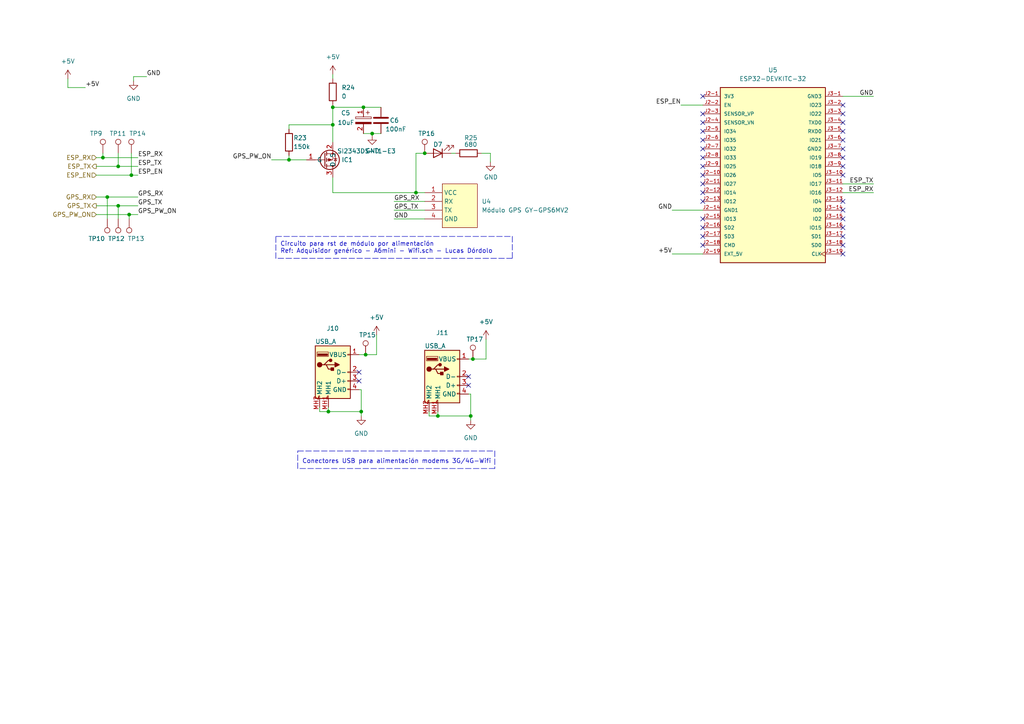
<source format=kicad_sch>
(kicad_sch (version 20211123) (generator eeschema)
  (paper "A4")
  (title_block (title "SAL/T") (date "2024-04-12") (rev "1.4") (company "Universidad de Buenos Aires") (comment 1 "Revisor: Adrian Laiuppa") (comment 2 "Autor: Martín Anús") (comment 3 "Placa principal"))
  (lib_symbols
    (symbol "USB_A_1" (pin_names (offset 1.016))
      (property "Reference" "J" (at -5.08 11.43 0))
      (property "Value" "USB_A_1" (at -5.08 8.89 0))
      (symbol "USB_A_1_0_1"
        (rectangle (start -5.08 -7.62) (end 5.08 7.62) (stroke (width 0.254)) (fill (type background)))
        (rectangle (start -4.064 -7.62) (end -3.81 -6.858))
        (circle (center -3.81 2.159) (radius 0.635) (stroke (width 0.254)) (fill (type outline)))
        (rectangle (start -1.524 -7.62) (end -1.27 -6.858))
        (rectangle (start -1.524 4.826) (end -4.318 5.334) (fill (type outline)))
        (rectangle (start -1.27 4.572) (end -4.572 5.842))
        (circle (center -0.635 3.429) (radius 0.381) (stroke (width 0.254)) (fill (type outline)))
        (polyline (pts (xy -3.175 2.159) (xy -2.54 2.159) (xy -1.27 3.429) (xy -0.635 3.429)) (stroke (width 0.254)))
        (polyline (pts (xy -2.54 2.159) (xy -1.905 2.159) (xy -1.27 0.889) (xy 0 0.889)) (stroke (width 0.254)))
        (polyline (pts (xy 0.635 2.794) (xy 0.635 1.524) (xy 1.905 2.159) (xy 0.635 2.794)) (stroke (width 0.254)) (fill (type outline)))
        (rectangle (start 0.254 1.27) (end -0.508 0.508) (stroke (width 0.254)) (fill (type outline)))
        (rectangle (start 5.08 -5.08) (end 4.318 -4.826))
        (rectangle (start 5.08 -2.667) (end 4.318 -2.413))
        (rectangle (start 5.08 -0.127) (end 4.318 0.127))
        (rectangle (start 5.08 4.953) (end 4.318 5.207))
      )
      (symbol "USB_A_1_1_1"
        (polyline (pts (xy -1.905 2.159) (xy 0.635 2.159)) (stroke (width 0.254)))
        (pin power_in line (at 7.62 5.08 180) (length 2.54) (name "VBUS") (number "1"))
        (pin bidirectional line (at 7.62 0 180) (length 2.54) (name "D-") (number "2"))
        (pin bidirectional line (at 7.62 -2.54 180) (length 2.54) (name "D+") (number "3"))
        (pin power_in line (at 7.62 -5.08 180) (length 2.54) (name "GND") (number "4"))
        (pin passive line (at -1.27 -10.16 90) (length 2.54) (name "MH1") (number "MH1"))
        (pin passive line (at -3.81 -10.16 90) (length 2.54) (name "MH2") (number "MH2"))
      )
    )
    (symbol "power:+5V" (power) (pin_names (offset 0))
      (property "Value" "+5V" (at 0 3.556 0))
      (symbol "+5V_0_1"
        (polyline (pts (xy -0.762 1.27) (xy 0 2.54)))
        (polyline (pts (xy 0 0) (xy 0 2.54)))
        (polyline (pts (xy 0 2.54) (xy 0.762 1.27)))
      )
      (symbol "+5V_1_1"
        (pin power_in line (at 0 0 90) (length 0) hide (name "+5V") (number "1"))
      )
    )
    (symbol "power:GND" (power) (pin_names (offset 0))
      (property "Value" "GND" (at 0 -3.81 0))
      (symbol "GND_0_1"
        (polyline (pts (xy 0 0) (xy 0 -1.27) (xy 1.27 -1.27) (xy 0 -2.54) (xy -1.27 -1.27) (xy 0 -1.27)))
      )
      (symbol "GND_1_1"
        (pin power_in line (at 0 0 270) (length 0) hide (name "GND") (number "1"))
      )
    )
    (symbol "salt:C_100nF" (pin_numbers hide) (pin_names (offset 0.254))
      (property "Reference" "C" (at 0.635 2.54 0))
      (property "Value" "C_100nF" (at 0.635 -2.54 0))
      (symbol "C_100nF_0_1"
        (polyline (pts (xy -2.032 -0.762) (xy 2.032 -0.762)) (stroke (width 0.508)))
        (polyline (pts (xy -2.032 0.762) (xy 2.032 0.762)) (stroke (width 0.508)))
      )
      (symbol "C_100nF_1_1"
        (pin passive line (at 0 3.81 270) (length 2.794) (name "~") (number "1"))
        (pin passive line (at 0 -3.81 90) (length 2.794) (name "~") (number "2"))
      )
    )
    (symbol "salt:C_pol_10uF" (pin_names hide)
      (property "Reference" "C" (at 0 0 0))
      (property "Value" "C_pol_10uF" (at 7.112 2.54 0))
      (symbol "C_pol_10uF_0_1"
        (rectangle (start -2.286 0.508) (end 2.286 1.016))
        (polyline (pts (xy -1.778 2.286) (xy -0.762 2.286)))
        (polyline (pts (xy -1.27 2.794) (xy -1.27 1.778)))
        (rectangle (start 2.286 -0.508) (end -2.286 -1.016) (fill (type outline)))
      )
      (symbol "C_pol_10uF_1_1"
        (pin passive line (at 0 3.81 270) (length 2.794) (name "~") (number "1"))
        (pin passive line (at 0 -3.81 90) (length 2.794) (name "~") (number "2"))
      )
    )
    (symbol "salt:ESP32-DEVKITC-32" (pin_names (offset 1.016))
      (property "Reference" "U" (at -15.2572 26.0643 0))
      (property "Value" "ESP32-DEVKITC-32" (at -15.2563 -27.9698 0))
      (symbol "ESP32-DEVKITC-32_0_0"
        (rectangle (start -15.24 -25.4) (end 15.24 25.4) (stroke (width 0.254)) (fill (type background)))
        (pin power_in line (at -20.32 22.86 0) (length 5.08) (name "3V3") (number "J2-1"))
        (pin bidirectional line (at -20.32 0 0) (length 5.08) (name "IO26") (number "J2-10"))
        (pin bidirectional line (at -20.32 -2.54 0) (length 5.08) (name "IO27") (number "J2-11"))
        (pin bidirectional line (at -20.32 -5.08 0) (length 5.08) (name "IO14") (number "J2-12"))
        (pin bidirectional line (at -20.32 -7.62 0) (length 5.08) (name "IO12") (number "J2-13"))
        (pin power_in line (at -20.32 -10.16 0) (length 5.08) (name "GND1") (number "J2-14"))
        (pin bidirectional line (at -20.32 -12.7 0) (length 5.08) (name "IO13") (number "J2-15"))
        (pin bidirectional line (at -20.32 -15.24 0) (length 5.08) (name "SD2") (number "J2-16"))
        (pin bidirectional line (at -20.32 -17.78 0) (length 5.08) (name "SD3") (number "J2-17"))
        (pin bidirectional line (at -20.32 -20.32 0) (length 5.08) (name "CMD") (number "J2-18"))
        (pin power_in line (at -20.32 -22.86 0) (length 5.08) (name "EXT_5V") (number "J2-19"))
        (pin input line (at -20.32 20.32 0) (length 5.08) (name "EN") (number "J2-2"))
        (pin input line (at -20.32 17.78 0) (length 5.08) (name "SENSOR_VP") (number "J2-3"))
        (pin input line (at -20.32 15.24 0) (length 5.08) (name "SENSOR_VN") (number "J2-4"))
        (pin bidirectional line (at -20.32 12.7 0) (length 5.08) (name "IO34") (number "J2-5"))
        (pin bidirectional line (at -20.32 10.16 0) (length 5.08) (name "IO35") (number "J2-6"))
        (pin bidirectional line (at -20.32 7.62 0) (length 5.08) (name "IO32") (number "J2-7"))
        (pin bidirectional line (at -20.32 5.08 0) (length 5.08) (name "IO33") (number "J2-8"))
        (pin bidirectional line (at -20.32 2.54 0) (length 5.08) (name "IO25") (number "J2-9"))
        (pin power_in line (at 20.32 22.86 180) (length 5.08) (name "GND3") (number "J3-1"))
        (pin bidirectional line (at 20.32 0 180) (length 5.08) (name "IO5") (number "J3-10"))
        (pin bidirectional line (at 20.32 -2.54 180) (length 5.08) (name "IO17") (number "J3-11"))
        (pin bidirectional line (at 20.32 -5.08 180) (length 5.08) (name "IO16") (number "J3-12"))
        (pin bidirectional line (at 20.32 -7.62 180) (length 5.08) (name "IO4") (number "J3-13"))
        (pin bidirectional line (at 20.32 -10.16 180) (length 5.08) (name "IO0") (number "J3-14"))
        (pin bidirectional line (at 20.32 -12.7 180) (length 5.08) (name "IO2") (number "J3-15"))
        (pin bidirectional line (at 20.32 -15.24 180) (length 5.08) (name "IO15") (number "J3-16"))
        (pin bidirectional line (at 20.32 -17.78 180) (length 5.08) (name "SD1") (number "J3-17"))
        (pin bidirectional line (at 20.32 -20.32 180) (length 5.08) (name "SD0") (number "J3-18"))
        (pin input clock (at 20.32 -22.86 180) (length 5.08) (name "CLK") (number "J3-19"))
        (pin bidirectional line (at 20.32 20.32 180) (length 5.08) (name "IO23") (number "J3-2"))
        (pin bidirectional line (at 20.32 17.78 180) (length 5.08) (name "IO22") (number "J3-3"))
        (pin output line (at 20.32 15.24 180) (length 5.08) (name "TXD0") (number "J3-4"))
        (pin input line (at 20.32 12.7 180) (length 5.08) (name "RXD0") (number "J3-5"))
        (pin bidirectional line (at 20.32 10.16 180) (length 5.08) (name "IO21") (number "J3-6"))
        (pin power_in line (at 20.32 7.62 180) (length 5.08) (name "GND2") (number "J3-7"))
        (pin bidirectional line (at 20.32 5.08 180) (length 5.08) (name "IO19") (number "J3-8"))
        (pin bidirectional line (at 20.32 2.54 180) (length 5.08) (name "IO18") (number "J3-9"))
      )
    )
    (symbol "salt:GY-GPS6MV2"
      (property "Reference" "U" (at 0 7.62 0))
      (property "Value" "GY-GPS6MV2" (at 0 10.16 0))
      (property "Manufacturer_Name" "u-Blox" (at 0 0 0))
      (property "Mouser Price/Stock" "https://www.todomicro.com.ar/investigacion-desarrollo-y-prototipado/339-modulo-gps-gy-neo6mv2-con-antena.html" (at 0 0 0))
      (property "Manufacturer_Part_Number" "GPS GY-NEO6MV2" (at 0 0 0))
      (symbol "GY-GPS6MV2_0_1"
        (rectangle (start -5.08 6.35) (end 5.08 -6.35) (fill (type background)))
      )
      (symbol "GY-GPS6MV2_1_1"
        (pin passive line (at -10.16 3.81 0) (length 5.08) (name "VCC") (number "1"))
        (pin passive line (at -10.16 1.27 0) (length 5.08) (name "RX") (number "2"))
        (pin passive line (at -10.16 -1.27 0) (length 5.08) (name "TX") (number "3"))
        (pin passive line (at -10.16 -3.81 0) (length 5.08) (name "GND") (number "4"))
      )
    )
    (symbol "salt:LED" (pin_numbers hide) (pin_names (offset 1.016) hide)
      (property "Reference" "D" (at 0 2.54 0))
      (symbol "LED_0_1"
        (polyline (pts (xy -1.27 -1.27) (xy -1.27 1.27)) (stroke (width 0.254)))
        (polyline (pts (xy -1.27 0) (xy 1.27 0)))
        (polyline (pts (xy 1.27 -1.27) (xy 1.27 1.27) (xy -1.27 0) (xy 1.27 -1.27)) (stroke (width 0.254)))
        (polyline (pts (xy -3.048 -0.762) (xy -4.572 -2.286) (xy -3.81 -2.286) (xy -4.572 -2.286) (xy -4.572 -1.524)))
        (polyline (pts (xy -1.778 -0.762) (xy -3.302 -2.286) (xy -2.54 -2.286) (xy -3.302 -2.286) (xy -3.302 -1.524)))
      )
      (symbol "LED_1_1"
        (pin passive line (at -3.81 0 0) (length 2.54) (name "K") (number "1"))
        (pin passive line (at 3.81 0 180) (length 2.54) (name "A") (number "2"))
      )
    )
    (symbol "salt:R_0" (pin_numbers hide) (pin_names (offset 1.016) hide)
      (property "Reference" "R" (at -2.032 1.524 0))
      (property "Value" "R_0" (at -4.318 -0.254 0))
      (symbol "R_0_0_1"
        (rectangle (start -1.016 -2.54) (end 1.016 2.54) (stroke (width 0.254)))
      )
      (symbol "R_0_1_1"
        (pin passive line (at 0 3.81 270) (length 1.27) (name "~") (number "1"))
        (pin passive line (at 0 -3.81 90) (length 1.27) (name "~") (number "2"))
      )
    )
    (symbol "salt:R_150K" (pin_numbers hide) (pin_names (offset 1.016) hide)
      (property "Reference" "R" (at -2.032 1.524 0))
      (property "Value" "R_150K" (at 0.254 -2.54 0))
      (symbol "R_150K_0_1"
        (rectangle (start -1.016 -2.54) (end 1.016 2.54) (stroke (width 0.254)))
      )
      (symbol "R_150K_1_1"
        (pin passive line (at 0 3.81 270) (length 1.27) (name "~") (number "1"))
        (pin passive line (at 0 -3.81 90) (length 1.27) (name "~") (number "2"))
      )
    )
    (symbol "salt:R_680" (pin_numbers hide) (pin_names (offset 1.016) hide)
      (property "Reference" "R" (at -2.032 1.524 0))
      (property "Value" "R_680" (at -4.318 -0.254 0))
      (symbol "R_680_0_1"
        (rectangle (start -1.016 -2.54) (end 1.016 2.54) (stroke (width 0.254)))
      )
      (symbol "R_680_1_1"
        (pin passive line (at 0 3.81 270) (length 1.27) (name "~") (number "1"))
        (pin passive line (at 0 -3.81 90) (length 1.27) (name "~") (number "2"))
      )
    )
    (symbol "salt:SI2343DS-T1-E3"
      (property "Reference" "IC" (at 0 0 0))
      (property "Value" "SI2343DS-T1-E3" (at 12.7 1.27 0))
      (symbol "SI2343DS-T1-E3_0_1"
        (polyline (pts (xy -1.016 -1.905) (xy -1.016 1.905)) (stroke (width 0.254)))
        (polyline (pts (xy -1.016 0) (xy -3.81 0)))
        (polyline (pts (xy -0.508 -2.286) (xy -0.508 -1.27)) (stroke (width 0.254)))
        (polyline (pts (xy -0.508 -0.508) (xy -0.508 0.508)) (stroke (width 0.254)))
        (polyline (pts (xy -0.508 1.27) (xy -0.508 2.286)) (stroke (width 0.254)))
        (polyline (pts (xy 1.27 -2.54) (xy 1.27 -1.778)))
        (polyline (pts (xy 1.27 2.54) (xy 1.27 0) (xy -0.508 0)))
        (polyline (pts (xy -0.508 -1.778) (xy 2.032 -1.778) (xy 2.032 1.778) (xy -0.508 1.778)))
        (polyline (pts (xy 1.016 0) (xy 0 -0.381) (xy 0 0.381) (xy 1.016 0)) (fill (type outline)))
        (polyline (pts (xy 1.524 0.508) (xy 1.651 0.381) (xy 2.413 0.381) (xy 2.54 0.254)))
        (polyline (pts (xy 2.032 0.381) (xy 1.651 -0.254) (xy 2.413 -0.254) (xy 2.032 0.381)))
        (circle (center 0.381 0) (radius 2.794) (stroke (width 0.254)))
        (circle (center 1.27 -1.778) (radius 0.254) (fill (type outline)))
        (circle (center 1.27 1.778) (radius 0.254) (fill (type outline)))
      )
      (symbol "SI2343DS-T1-E3_1_1"
        (pin input line (at -6.35 0 0) (length 2.54) (name "G") (number "1"))
        (pin passive line (at 1.27 5.08 270) (length 2.54) (name "S") (number "2"))
        (pin passive line (at 1.27 -5.08 90) (length 2.54) (name "D") (number "3"))
      )
    )
    (symbol "salt:TestPoint" (pin_numbers hide) (pin_names (offset 0.762) hide)
      (property "Reference" "TP" (at 0 6.858 0))
      (property "Value" "TestPoint" (at 0 5.08 0))
      (symbol "TestPoint_0_1"
        (circle (center 0 3.302) (radius 0.762))
      )
      (symbol "TestPoint_1_1"
        (pin passive line (at 0 0 90) (length 2.54) (name "1") (number "1"))
      )
    )
    (symbol "salt:USB_A" (pin_names (offset 1.016))
      (property "Reference" "J" (at -5.08 11.43 0))
      (property "Value" "USB_A" (at -5.08 8.89 0))
      (symbol "USB_A_0_1"
        (rectangle (start -5.08 -7.62) (end 5.08 7.62) (stroke (width 0.254)) (fill (type background)))
        (rectangle (start -4.064 -7.62) (end -3.81 -6.858))
        (circle (center -3.81 2.159) (radius 0.635) (stroke (width 0.254)) (fill (type outline)))
        (rectangle (start -1.524 -7.62) (end -1.27 -6.858))
        (rectangle (start -1.524 4.826) (end -4.318 5.334) (fill (type outline)))
        (rectangle (start -1.27 4.572) (end -4.572 5.842))
        (circle (center -0.635 3.429) (radius 0.381) (stroke (width 0.254)) (fill (type outline)))
        (polyline (pts (xy -3.175 2.159) (xy -2.54 2.159) (xy -1.27 3.429) (xy -0.635 3.429)) (stroke (width 0.254)))
        (polyline (pts (xy -2.54 2.159) (xy -1.905 2.159) (xy -1.27 0.889) (xy 0 0.889)) (stroke (width 0.254)))
        (polyline (pts (xy 0.635 2.794) (xy 0.635 1.524) (xy 1.905 2.159) (xy 0.635 2.794)) (stroke (width 0.254)) (fill (type outline)))
        (rectangle (start 0.254 1.27) (end -0.508 0.508) (stroke (width 0.254)) (fill (type outline)))
        (rectangle (start 5.08 -5.08) (end 4.318 -4.826))
        (rectangle (start 5.08 -2.667) (end 4.318 -2.413))
        (rectangle (start 5.08 -0.127) (end 4.318 0.127))
        (rectangle (start 5.08 4.953) (end 4.318 5.207))
      )
      (symbol "USB_A_1_1"
        (polyline (pts (xy -1.905 2.159) (xy 0.635 2.159)) (stroke (width 0.254)))
        (pin power_in line (at 7.62 5.08 180) (length 2.54) (name "VBUS") (number "1"))
        (pin bidirectional line (at 7.62 0 180) (length 2.54) (name "D-") (number "2"))
        (pin bidirectional line (at 7.62 -2.54 180) (length 2.54) (name "D+") (number "3"))
        (pin power_in line (at 7.62 -5.08 180) (length 2.54) (name "GND") (number "4"))
        (pin passive line (at -1.27 -10.16 90) (length 2.54) (name "MH1") (number "MH1"))
        (pin passive line (at -3.81 -10.16 90) (length 2.54) (name "MH2") (number "MH2"))
      )
    )
  )
  (junction (at 127 120.65))
  (junction (at 107.95 38.735))
  (junction (at 105.41 31.115))
  (junction (at 137.16 104.14))
  (junction (at 34.29 59.69))
  (junction (at 95.25 119.38))
  (junction (at 37.465 62.23))
  (junction (at 104.775 119.38))
  (junction (at 106.045 102.87))
  (junction (at 123.19 44.45))
  (junction (at 38.1 50.8))
  (junction (at 120.65 55.88))
  (junction (at 96.52 36.195))
  (junction (at 96.52 31.115))
  (junction (at 31.115 57.15))
  (junction (at 29.845 45.72))
  (junction (at 34.29 48.26))
  (junction (at 136.525 120.65))
  (junction (at 83.82 46.355))
  (no_connect (at 203.835 63.5))
  (no_connect (at 244.475 50.8))
  (no_connect (at 203.835 35.56))
  (no_connect (at 203.835 45.72))
  (no_connect (at 244.475 48.26))
  (no_connect (at 135.89 109.22))
  (no_connect (at 244.475 40.64))
  (no_connect (at 244.475 66.04))
  (no_connect (at 203.835 71.12))
  (no_connect (at 203.835 58.42))
  (no_connect (at 244.475 68.58))
  (no_connect (at 244.475 63.5))
  (no_connect (at 244.475 30.48))
  (no_connect (at 203.835 68.58))
  (no_connect (at 203.835 43.18))
  (no_connect (at 203.835 27.94))
  (no_connect (at 244.475 60.96))
  (no_connect (at 203.835 48.26))
  (no_connect (at 203.835 66.04))
  (no_connect (at 203.835 55.88))
  (no_connect (at 244.475 33.02))
  (no_connect (at 244.475 58.42))
  (no_connect (at 244.475 45.72))
  (no_connect (at 244.475 73.66))
  (no_connect (at 203.835 53.34))
  (no_connect (at 203.835 50.8))
  (no_connect (at 203.835 40.64))
  (no_connect (at 244.475 38.1))
  (no_connect (at 203.835 38.1))
  (no_connect (at 135.89 111.76))
  (no_connect (at 104.14 110.49))
  (no_connect (at 244.475 43.18))
  (no_connect (at 244.475 71.12))
  (no_connect (at 244.475 35.56))
  (no_connect (at 203.835 33.02))
  (no_connect (at 104.14 107.95))
  (wire (pts (xy 107.95 38.735) (xy 110.49 38.735)))
  (wire (pts (xy 34.29 48.26) (xy 40.005 48.26)))
  (wire (pts (xy 244.475 53.34) (xy 253.365 53.34)))
  (polyline (pts (xy 143.51 135.89) (xy 86.36 135.89)))
  (wire (pts (xy 120.65 44.45) (xy 123.19 44.45)))
  (polyline (pts (xy 86.36 130.81) (xy 143.51 130.81)))
  (wire (pts (xy 104.14 102.87) (xy 106.045 102.87)))
  (wire (pts (xy 137.16 104.14) (xy 140.97 104.14)))
  (polyline (pts (xy 80.01 74.93) (xy 80.01 68.58)))
  (wire (pts (xy 92.71 119.38) (xy 95.25 119.38)))
  (wire (pts (xy 114.3 63.5) (xy 123.19 63.5)))
  (wire (pts (xy 124.46 119.38) (xy 124.46 120.65)))
  (wire (pts (xy 104.775 113.03) (xy 104.775 119.38)))
  (wire (pts (xy 114.3 58.42) (xy 123.19 58.42)))
  (wire (pts (xy 127 119.38) (xy 127 120.65)))
  (wire (pts (xy 96.52 51.435) (xy 96.52 55.88)))
  (wire (pts (xy 19.685 22.86) (xy 19.685 25.4)))
  (wire (pts (xy 244.475 27.94) (xy 253.365 27.94)))
  (wire (pts (xy 114.3 60.96) (xy 123.19 60.96)))
  (wire (pts (xy 130.81 44.45) (xy 132.08 44.45)))
  (wire (pts (xy 136.525 114.3) (xy 136.525 120.65)))
  (wire (pts (xy 38.735 23.495) (xy 38.735 22.225)))
  (wire (pts (xy 19.685 25.4) (xy 24.765 25.4)))
  (wire (pts (xy 34.29 63.5) (xy 34.29 59.69)))
  (wire (pts (xy 109.22 97.155) (xy 109.22 102.87)))
  (wire (pts (xy 27.94 48.26) (xy 34.29 48.26)))
  (wire (pts (xy 107.95 38.735) (xy 107.95 39.37)))
  (wire (pts (xy 135.89 114.3) (xy 136.525 114.3)))
  (wire (pts (xy 78.74 46.355) (xy 83.82 46.355)))
  (wire (pts (xy 127 120.65) (xy 136.525 120.65)))
  (wire (pts (xy 140.97 98.425) (xy 140.97 104.14)))
  (wire (pts (xy 29.845 44.45) (xy 29.845 45.72)))
  (wire (pts (xy 96.52 31.115) (xy 96.52 36.195)))
  (wire (pts (xy 105.41 38.735) (xy 107.95 38.735)))
  (wire (pts (xy 95.25 119.38) (xy 104.775 119.38)))
  (wire (pts (xy 104.14 113.03) (xy 104.775 113.03)))
  (wire (pts (xy 136.525 120.65) (xy 136.525 121.92)))
  (wire (pts (xy 34.29 44.45) (xy 34.29 48.26)))
  (wire (pts (xy 31.115 63.5) (xy 31.115 57.15)))
  (wire (pts (xy 34.29 59.69) (xy 40.005 59.69)))
  (wire (pts (xy 142.24 44.45) (xy 142.24 46.99)))
  (wire (pts (xy 38.1 50.8) (xy 40.005 50.8)))
  (wire (pts (xy 37.465 62.23) (xy 40.005 62.23)))
  (wire (pts (xy 194.945 73.66) (xy 203.835 73.66)))
  (wire (pts (xy 104.775 119.38) (xy 104.775 120.65)))
  (wire (pts (xy 120.65 44.45) (xy 120.65 55.88)))
  (wire (pts (xy 95.25 118.11) (xy 95.25 119.38)))
  (polyline (pts (xy 148.59 74.93) (xy 80.01 74.93)))
  (wire (pts (xy 96.52 21.59) (xy 96.52 22.86)))
  (wire (pts (xy 139.7 44.45) (xy 142.24 44.45)))
  (polyline (pts (xy 86.36 135.89) (xy 86.36 130.81)))
  (wire (pts (xy 106.045 102.87) (xy 109.22 102.87)))
  (wire (pts (xy 244.475 55.88) (xy 253.365 55.88)))
  (wire (pts (xy 31.115 57.15) (xy 40.005 57.15)))
  (wire (pts (xy 83.82 46.355) (xy 88.9 46.355)))
  (wire (pts (xy 38.735 22.225) (xy 42.545 22.225)))
  (wire (pts (xy 27.94 57.15) (xy 31.115 57.15)))
  (wire (pts (xy 92.71 118.11) (xy 92.71 119.38)))
  (wire (pts (xy 83.82 45.085) (xy 83.82 46.355)))
  (wire (pts (xy 194.945 60.96) (xy 203.835 60.96)))
  (wire (pts (xy 27.94 62.23) (xy 37.465 62.23)))
  (wire (pts (xy 203.835 30.48) (xy 197.485 30.48)))
  (wire (pts (xy 124.46 120.65) (xy 127 120.65)))
  (wire (pts (xy 96.52 36.195) (xy 96.52 41.275)))
  (wire (pts (xy 83.82 37.465) (xy 83.82 36.195)))
  (wire (pts (xy 38.1 44.45) (xy 38.1 50.8)))
  (wire (pts (xy 105.41 31.115) (xy 110.49 31.115)))
  (wire (pts (xy 96.52 31.115) (xy 105.41 31.115)))
  (wire (pts (xy 83.82 36.195) (xy 96.52 36.195)))
  (polyline (pts (xy 80.01 68.58) (xy 148.59 68.58)))
  (polyline (pts (xy 148.59 68.58) (xy 148.59 74.93)))
  (wire (pts (xy 120.65 55.88) (xy 123.19 55.88)))
  (wire (pts (xy 27.94 59.69) (xy 34.29 59.69)))
  (wire (pts (xy 96.52 55.88) (xy 120.65 55.88)))
  (wire (pts (xy 96.52 30.48) (xy 96.52 31.115)))
  (polyline (pts (xy 143.51 130.81) (xy 143.51 135.89)))
  (wire (pts (xy 27.94 50.8) (xy 38.1 50.8)))
  (wire (pts (xy 27.94 45.72) (xy 29.845 45.72)))
  (wire (pts (xy 135.89 104.14) (xy 137.16 104.14)))
  (wire (pts (xy 29.845 45.72) (xy 40.005 45.72)))
  (wire (pts (xy 37.465 63.5) (xy 37.465 62.23)))
  (text "Circuito para rst de módulo por alimentación\nRef: Adquisidor genérico - A6mini - Wifi.sch - Lucas Dórdolo" (at 81.28 73.66 0) (effects (font (size 1.27 1.27)) (justify left bottom)))
  (text "Conectores USB para alimentación modems 3G/4G-Wifi" (at 87.63 134.62 0) (effects (font (size 1.27 1.27)) (justify left bottom)))
  (label "GPS_PW_ON" (at 40.005 62.23 0))
  (label "ESP_TX" (at 40.005 48.26 0))
  (label "GND" (at 253.365 27.94 180))
  (label "+5V" (at 24.765 25.4 0))
  (label "ESP_RX" (at 40.005 45.72 0))
  (label "GND" (at 42.545 22.225 0))
  (label "ESP_TX" (at 253.365 53.34 180))
  (label "GPS_TX" (at 114.3 60.96 0))
  (label "GND" (at 114.3 63.5 0))
  (label "ESP_EN" (at 40.005 50.8 0))
  (label "GPS_RX" (at 114.3 58.42 0))
  (label "GPS_PW_ON" (at 78.74 46.355 180))
  (label "ESP_RX" (at 253.365 55.88 180))
  (label "GPS_TX" (at 40.005 59.69 0))
  (label "GND" (at 194.945 60.96 180))
  (label "ESP_EN" (at 197.485 30.48 180))
  (label "GPS_RX" (at 40.005 57.15 0))
  (label "+5V" (at 194.945 73.66 180))
  (hierarchical_label "ESP_TX" (shape output) (at 27.94 48.26 180))
  (hierarchical_label "GPS_RX" (shape input) (at 27.94 57.15 180))
  (hierarchical_label "ESP_EN" (shape input) (at 27.94 50.8 180))
  (hierarchical_label "ESP_RX" (shape input) (at 27.94 45.72 180))
  (hierarchical_label "GPS_TX" (shape output) (at 27.94 59.69 180))
  (hierarchical_label "GPS_PW_ON" (shape input) (at 27.94 62.23 180))
  (symbol (lib_id "salt:TestPoint") (at 31.115 63.5 180) (unit 1)
    (property "Reference" "TP10" (at 30.48 69.215 0) (effects (justify left)))
    (property "Value" "TestPoint" (effects hide))
    (property "Footprint" "salt:testpoint" (effects hide))
  )
  (symbol (lib_id "salt:C_pol_10uF") (at 105.41 34.925 0) (mirror y) (unit 1)
    (property "Reference" "C5" (at 101.6 32.7659 0) (effects (justify left)))
    (property "Value" "10uF" (at 100.33 35.56 0))
    (property "Footprint" "salt:EEE1AA220WR" (effects hide))
    (property "Datasheet" "http://industrial.panasonic.com/cdbs/www-data/pdf/RDE0000/ABA0000C1148.pdf" (effects hide))
    (property "Height" "5.5" (effects hide))
    (property "Mouser Part Number" "667-EEE-HAV100WAR" (effects hide))
    (property "Mouser Price/Stock" "https://www.mouser.co.uk/ProductDetail/Panasonic/EEE-HAV100WAR?qs=d1CqaRUMZD9R0%252BkBpBLRUg%3D%3D" (effects hide))
    (property "Manufacturer_Name" "Panasonic" (effects hide))
    (property "Manufacturer_Part_Number" "EEE-HAV100WAR" (effects hide))
  )
  (symbol (lib_id "power:+5V") (at 109.22 97.155 0) (unit 1)
    (property "Reference" "#PWR030" (effects hide))
    (property "Value" "+5V" (at 109.22 92.075 0))
  )
  (symbol (lib_id "power:+5V") (at 19.685 22.86 0) (unit 1)
    (property "Reference" "#PWR025" (effects hide))
    (property "Value" "+5V" (at 19.685 17.78 0))
  )
  (symbol (lib_id "salt:ESP32-DEVKITC-32") (at 224.155 50.8 0) (unit 1)
    (property "Reference" "U5" (at 224.155 20.32 0))
    (property "Value" "ESP32-DEVKITC-32" (at 224.155 22.86 0))
    (property "Footprint" "salt:MODULE_ESP32-DEVKITC-32" (effects hide))
    (property "Datasheet" "https://docs.espressif.com/projects/esp-idf/en/latest/esp32/hw-reference/esp32/get-started-devkitc.html" (effects hide))
    (property "Mouser Part Number" "356-ESP32-DEVKITC32E" (effects hide))
    (property "Manufacturer_Name" "Espressif Systems" (effects hide))
    (property "Mouser Price/Stock" "https://www.mouser.fr/ProductDetail/Espressif-Systems/ESP32-DevKitC-32E?qs=GedFDFLaBXFpgD0kAZWDrQ%3D%3D" (effects hide))
    (property "Manufacturer_Part_Number" "ESP32-DevKitC-32E" (effects hide))
  )
  (symbol (lib_id "salt:TestPoint") (at 37.465 63.5 180) (unit 1)
    (property "Reference" "TP13" (at 41.91 69.215 0) (effects (justify left)))
    (property "Value" "TestPoint" (effects hide))
    (property "Footprint" "salt:testpoint" (effects hide))
  )
  (symbol (lib_id "salt:TestPoint") (at 34.29 44.45 0) (unit 1)
    (property "Reference" "TP11" (at 31.75 38.735 0) (effects (justify left)))
    (property "Value" "TestPoint" (effects hide))
    (property "Footprint" "salt:testpoint" (effects hide))
  )
  (symbol (lib_id "salt:C_100nF") (at 110.49 34.925 0) (unit 1)
    (property "Reference" "C6" (at 113.03 34.925 0) (effects (justify left)))
    (property "Value" "100nF" (at 111.76 37.465 0) (effects (justify left)))
    (property "Footprint" "Capacitor_SMD:C_0805_2012Metric_Pad1.18x1.45mm_HandSolder" (effects hide))
    (property "Datasheet" "https://ar.mouser.com/datasheet/2/447/KEM_C1002_X7R_SMD-3316098.pdf" (effects hide))
    (property "Mouser Part Number" "80-C0805C104K4R" (effects hide))
    (property "Mouser Price/Stock" "https://ar.mouser.com/ProductDetail/KEMET/C0805C104K4RACTU?qs=Pc30aiB8zWWfqQNJWggt%252BA%3D%3D" (effects hide))
    (property "Manufacturer_Name" "KEMET" (effects hide))
    (property "Manufacturer_Part_Number" "C0805C104K4RACTU" (effects hide))
  )
  (symbol (lib_id "salt:TestPoint") (at 29.845 44.45 0) (unit 1)
    (property "Reference" "TP9" (at 26.035 38.735 0) (effects (justify left)))
    (property "Value" "TestPoint" (effects hide))
    (property "Footprint" "salt:testpoint" (effects hide))
  )
  (symbol (lib_id "power:GND") (at 38.735 23.495 0) (unit 1)
    (property "Reference" "#PWR026" (effects hide))
    (property "Value" "GND" (at 38.735 28.575 0))
  )
  (symbol (lib_id "salt:LED") (at 127 44.45 180) (unit 1)
    (property "Reference" "D7" (at 127 41.91 0))
    (property "Value" "LED" (effects hide))
    (property "Footprint" "LED_SMD:LED_0805_2012Metric_Pad1.15x1.40mm_HandSolder" (effects hide))
    (property "Datasheet" "https://www.we-online.com/catalog/datasheet/150080VS75000.pdf" (effects hide))
    (property "Mouser Part Number" "710-150080VS75000" (effects hide))
    (property "Mouser Price/Stock" "https://ar.mouser.com/ProductDetail/Wurth-Elektronik/150080VS75000?qs=LlUlMxKIyB0tGHJmO6%252B0ug%3D%3D" (effects hide))
    (property "Manufacturer_Name" "Wurth Elektronik" (effects hide))
    (property "Manufacturer_Part_Number" "150080VS75000" (effects hide))
  )
  (symbol (lib_id "salt:R_150K") (at 83.82 41.275 0) (unit 1)
    (property "Reference" "R23" (at 85.09 40.005 0) (effects (justify left)))
    (property "Value" "150k" (at 85.09 42.545 0) (effects (justify left)))
    (property "Footprint" "Resistor_SMD:R_0805_2012Metric_Pad1.20x1.40mm_HandSolder" (effects hide))
    (property "Datasheet" "https://ar.mouser.com/datasheet/2/447/PYu_RC_Group_51_RoHS_L_11-1984063.pdf" (effects hide))
    (property "Mouser Part Number" "603-RC0805FR-13150KL" (effects hide))
    (property "Mouser Price/Stock" "https://ar.mouser.com/ProductDetail/YAGEO/RC0805FR-13150KL?qs=m6lXFsvg5e2Mp%2Fy7W%252BnUqg%3D%3D" (effects hide))
    (property "Manufacturer_Name" "YAGEO" (effects hide))
    (property "Manufacturer_Part_Number" "RC0805FR-13150KL" (effects hide))
  )
  (symbol (lib_id "power:GND") (at 136.525 121.92 0) (unit 1)
    (property "Reference" "#PWR031" (effects hide))
    (property "Value" "GND" (at 136.525 127 0))
  )
  (symbol (lib_id "salt:SI2343DS-T1-E3") (at 95.25 46.355 0) (unit 1)
    (property "Reference" "IC1" (at 99.06 46.355 0) (effects (justify left)))
    (property "Value" "SI2343DS-T1-E3" (at 97.79 43.815 0) (effects (justify left)))
    (property "Footprint" "salt:SOT95P237X112-3N" (effects hide))
    (property "Datasheet" "https://www.vishay.com/docs/72079/si2343ds.pdf" (effects hide))
    (property "Height" "1.12" (effects hide))
    (property "Mouser Part Number" "781-SI2343DS-T1-E3" (effects hide))
    (property "Mouser Price/Stock" "https://www.mouser.co.uk/ProductDetail/Vishay-Semiconductors/SI2343DS-T1-E3?qs=jcx%252B0HVgj2Y0t7N7vRWvMw%3D%3D" (effects hide))
    (property "Manufacturer_Name" "Vishay" (effects hide))
    (property "Manufacturer_Part_Number" "SI2343DS-T1-E3" (effects hide))
  )
  (symbol (lib_id "power:+5V") (at 140.97 98.425 0) (unit 1)
    (property "Reference" "#PWR032" (effects hide))
    (property "Value" "+5V" (at 140.97 93.345 0))
  )
  (symbol (lib_id "salt:R_680") (at 135.89 44.45 270) (unit 1)
    (property "Reference" "R25" (at 134.62 40.005 90) (effects (justify left)))
    (property "Value" "680" (at 136.525 41.91 90))
    (property "Footprint" "Resistor_SMD:R_0805_2012Metric_Pad1.20x1.40mm_HandSolder" (effects hide))
    (property "Datasheet" "https://ar.mouser.com/datasheet/2/447/PYu_RC_Group_51_RoHS_L_11-1984063.pdf" (effects hide))
    (property "Mouser Part Number" "603-RC0805FR-13680RL" (effects hide))
    (property "Mouser Price/Stock" "https://ar.mouser.com/ProductDetail/YAGEO/RC0805FR-13680RL?qs=m6lXFsvg5e3C9RY8lrBC%2Fw%3D%3D" (effects hide))
    (property "Manufacturer_Name" "YAGEO" (effects hide))
    (property "Manufacturer_Part_Number" "RC0805FR-13680RL" (effects hide))
  )
  (symbol (lib_id "salt:TestPoint") (at 38.1 44.45 0) (unit 1)
    (property "Reference" "TP14" (at 37.465 38.735 0) (effects (justify left)))
    (property "Value" "TestPoint" (effects hide))
    (property "Footprint" "salt:testpoint" (effects hide))
  )
  (symbol (lib_id "salt:TestPoint") (at 123.19 44.45 0) (unit 1)
    (property "Reference" "TP16" (at 121.285 38.735 0) (effects (justify left)))
    (property "Value" "TestPoint" (effects hide))
    (property "Footprint" "salt:testpoint" (effects hide))
  )
  (symbol (lib_id "salt:GY-GPS6MV2") (at 133.35 59.69 0) (unit 1)
    (property "Reference" "U4" (at 139.7 58.4199 0) (effects (justify left)))
    (property "Value" "Módulo GPS GY-GPS6MV2" (at 139.7 60.9599 0) (effects (justify left)))
    (property "Footprint" "salt:GY-NEO6MV2" (effects hide))
    (property "Datasheet" "https://www.datasheethub.com/gy-neo6mv2-flight-control-gps-module/" (effects hide))
    (property "Manufacturer_Name" "u-Blox" (effects hide))
    (property "Mouser Price/Stock" "https://www.todomicro.com.ar/investigacion-desarrollo-y-prototipado/339-modulo-gps-gy-neo6mv2-con-antena.html" (effects hide))
    (property "Manufacturer_Part_Number" "GPS GY-NEO6MV2" (effects hide))
  )
  (symbol (lib_id "power:GND") (at 142.24 46.99 0) (unit 1)
    (property "Reference" "#PWR033" (effects hide))
    (property "Value" "~" (at 142.367 51.3842 0))
  )
  (symbol (lib_id "power:+5V") (at 96.52 21.59 0) (unit 1)
    (property "Reference" "#PWR027" (effects hide))
    (property "Value" "+5V" (at 96.52 16.51 0))
  )
  (symbol (lib_id "power:GND") (at 104.775 120.65 0) (unit 1)
    (property "Reference" "#PWR028" (effects hide))
    (property "Value" "GND" (at 104.775 125.73 0))
  )
  (symbol (lib_id "salt:TestPoint") (at 106.045 102.87 0) (unit 1)
    (property "Reference" "TP15" (at 104.14 97.155 0) (effects (justify left)))
    (property "Value" "TestPoint" (effects hide))
    (property "Footprint" "salt:testpoint" (effects hide))
  )
  (symbol (lib_id "salt:R_0") (at 96.52 26.67 180) (unit 1)
    (property "Reference" "R24" (at 99.06 25.3999 0) (effects (justify right)))
    (property "Value" "0" (at 99.06 27.9399 0) (effects (justify right)))
    (property "Footprint" "Resistor_SMD:R_0805_2012Metric_Pad1.20x1.40mm_HandSolder" (effects hide))
  )
  (symbol (lib_name "USB_A_1") (lib_id "salt:USB_A") (at 128.27 109.22 0) (unit 1)
    (property "Reference" "J11" (at 128.27 96.52 0))
    (property "Value" "USB_A" (at 123.19 100.33 0) (effects (justify left)))
    (property "Footprint" "salt:875832010BLF" (effects hide))
    (property "Datasheet" "https://ar.mouser.com/datasheet/2/18/1/87583-2579162.pdf" (effects hide))
    (property "Mouser Part Number" "649-87583-2010BLF" (effects hide))
    (property "Mouser Price/Stock" "https://ar.mouser.com/ProductDetail/Amphenol-FCI/87583-2010BLF?qs=nBv%252BRDKgYU1zL2s5V%2F8s6w%3D%3D" (effects hide))
    (property "Manufacturer_Name" "Amphenol FCI" (effects hide))
    (property "Manufacturer_Part_Number" "87583-2010BLF" (effects hide))
  )
  (symbol (lib_id "power:GND") (at 107.95 39.37 0) (unit 1)
    (property "Reference" "#PWR029" (effects hide))
    (property "Value" "~" (at 108.077 43.7642 0))
  )
  (symbol (lib_id "salt:TestPoint") (at 137.16 104.14 0) (unit 1)
    (property "Reference" "TP17" (at 135.255 98.425 0) (effects (justify left)))
    (property "Value" "TestPoint" (effects hide))
    (property "Footprint" "salt:testpoint" (effects hide))
  )
  (symbol (lib_id "salt:USB_A") (at 96.52 107.95 0) (unit 1)
    (property "Reference" "J10" (at 96.52 95.25 0))
    (property "Value" "USB_A" (at 91.44 99.06 0) (effects (justify left)))
    (property "Footprint" "salt:875832010BLF" (effects hide))
    (property "Datasheet" "https://ar.mouser.com/datasheet/2/18/1/87583-2579162.pdf" (effects hide))
    (property "Mouser Part Number" "649-87583-2010BLF" (effects hide))
    (property "Mouser Price/Stock" "https://ar.mouser.com/ProductDetail/Amphenol-FCI/87583-2010BLF?qs=nBv%252BRDKgYU1zL2s5V%2F8s6w%3D%3D" (effects hide))
    (property "Manufacturer_Name" "Amphenol FCI" (effects hide))
    (property "Manufacturer_Part_Number" "87583-2010BLF" (effects hide))
  )
  (symbol (lib_id "salt:TestPoint") (at 34.29 63.5 180) (unit 1)
    (property "Reference" "TP12" (at 36.195 69.215 0) (effects (justify left)))
    (property "Value" "TestPoint" (effects hide))
    (property "Footprint" "salt:testpoint" (effects hide))
  )
)
</source>
